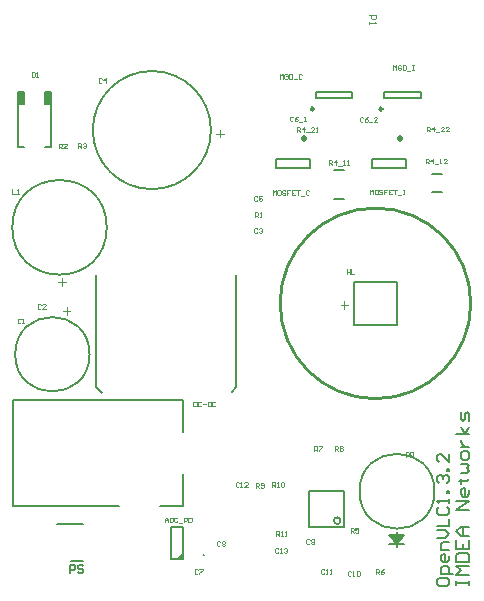
<source format=gto>
G04*
G04 #@! TF.GenerationSoftware,Altium Limited,Altium Designer,23.6.0 (18)*
G04*
G04 Layer_Color=65535*
%FSLAX44Y44*%
%MOMM*%
G71*
G04*
G04 #@! TF.SameCoordinates,5EE9EB4A-2ACB-4C3E-BE2F-BD42E06AEEC1*
G04*
G04*
G04 #@! TF.FilePolarity,Positive*
G04*
G01*
G75*
%ADD10C,0.1524*%
%ADD11C,0.1270*%
%ADD12C,0.2500*%
%ADD13C,0.2540*%
%ADD14C,0.1540*%
%ADD15C,0.2000*%
%ADD16C,0.1500*%
%ADD17C,0.1000*%
%ADD18C,0.5000*%
%ADD19C,0.0500*%
%ADD20C,0.0400*%
%ADD21R,0.5000X1.0000*%
G36*
X149093Y74065D02*
X143483D01*
X149093Y79675D01*
Y74065D01*
D02*
G37*
D10*
X362286Y131421D02*
G03*
X362286Y131421I-31750J0D01*
G01*
X330536Y84431D02*
Y97132D01*
X324186Y86972D02*
X336886D01*
X324186Y94592D02*
X330536Y86972D01*
X325456Y94592D02*
X330536Y86972D01*
X326726Y94592D02*
X330536Y86972D01*
X327996Y94592D02*
X330536Y86972D01*
X329266Y94592D02*
X330536Y86972D01*
X336886Y94592D01*
X330536Y86972D02*
X335616Y94592D01*
X330536Y86972D02*
X334346Y94592D01*
X330536Y86972D02*
X333076Y94592D01*
X330536Y86972D02*
X331806Y94592D01*
X324186D02*
X336886D01*
D11*
X84808Y354826D02*
G03*
X84808Y354826I-40000J0D01*
G01*
X70257Y247370D02*
G03*
X70257Y247370I-31500J0D01*
G01*
X173003Y437211D02*
G03*
X173003Y437211I-50000J0D01*
G01*
X338038Y405044D02*
Y412664D01*
X309038Y405044D02*
X338038D01*
X309038D02*
Y412664D01*
X338038D01*
X256684Y405044D02*
Y412664D01*
X227683Y405044D02*
X256684D01*
X227683D02*
Y412664D01*
X256684D01*
X294394Y308402D02*
X330394D01*
Y272402D02*
Y308402D01*
X294394Y272402D02*
X330394D01*
X294394D02*
Y308402D01*
X138933Y74066D02*
X149093D01*
X138933D02*
Y101065D01*
X149093D01*
Y74066D02*
Y101065D01*
X9605Y423099D02*
Y469100D01*
X37604Y423099D02*
Y469100D01*
X9605Y423099D02*
X14604D01*
X9605Y469100D02*
X14604D01*
X32605Y423099D02*
X37604D01*
X32605Y469100D02*
X37604D01*
X14604Y459100D02*
Y469100D01*
X32605Y459100D02*
Y469100D01*
X9605Y459100D02*
X14495D01*
X32605D02*
X37604D01*
X194500Y219821D02*
Y314821D01*
X75500Y219821D02*
Y314821D01*
X190500Y215821D02*
X194500Y219821D01*
X75500D02*
X80500Y214821D01*
X5315Y118843D02*
Y208846D01*
Y118843D02*
X95315D01*
X5315Y208846D02*
X149315D01*
Y181345D02*
Y208846D01*
X129816Y118843D02*
X149315D01*
Y146344D01*
D12*
X318247Y455072D02*
G03*
X318247Y455072I-1250J0D01*
G01*
X260100D02*
G03*
X260100Y455072I-1250J0D01*
G01*
D13*
X393023Y290492D02*
G03*
X393023Y290492I-80725J0D01*
G01*
D14*
X282735Y106528D02*
G03*
X282735Y106528I-2828J0D01*
G01*
X53875Y62324D02*
Y68842D01*
X57134D01*
X58221Y67756D01*
Y65583D01*
X57134Y64497D01*
X53875D01*
X64738Y67756D02*
X63652Y68842D01*
X61480D01*
X60393Y67756D01*
Y66669D01*
X61480Y65583D01*
X63652D01*
X64738Y64497D01*
Y63411D01*
X63652Y62324D01*
X61480D01*
X60393Y63411D01*
D15*
X54847Y72320D02*
X64597D01*
X42847Y103320D02*
X64597D01*
X360268Y399688D02*
X368268D01*
X360268Y384688D02*
X368268D01*
X277457Y379238D02*
X285457D01*
X277457Y403238D02*
X285457D01*
X319747Y464572D02*
Y469571D01*
X350747Y464572D02*
Y469571D01*
X319747Y464572D02*
X350747D01*
X319747Y469571D02*
X350747D01*
X261600Y464572D02*
Y469571D01*
X292600Y464572D02*
Y469571D01*
X261600Y464572D02*
X292600D01*
X261600Y469571D02*
X292600D01*
X255907Y100757D02*
Y131757D01*
X285907D01*
Y100757D02*
Y131757D01*
X255907Y100757D02*
X285907D01*
X364483Y56609D02*
Y53277D01*
X366149Y51611D01*
X372814D01*
X374480Y53277D01*
Y56609D01*
X372814Y58276D01*
X366149D01*
X364483Y56609D01*
X377812Y61608D02*
X367816D01*
Y66606D01*
X369482Y68272D01*
X372814D01*
X374480Y66606D01*
Y61608D01*
Y76603D02*
Y73271D01*
X372814Y71605D01*
X369482D01*
X367816Y73271D01*
Y76603D01*
X369482Y78269D01*
X371148D01*
Y71605D01*
X374480Y81601D02*
X367816D01*
Y86600D01*
X369482Y88266D01*
X374480D01*
X364483Y91598D02*
X371148D01*
X374480Y94930D01*
X371148Y98263D01*
X364483D01*
Y101595D02*
X374480D01*
Y108259D01*
X366149Y118256D02*
X364483Y116590D01*
Y113258D01*
X366149Y111592D01*
X372814D01*
X374480Y113258D01*
Y116590D01*
X372814Y118256D01*
X374480Y121588D02*
Y124921D01*
Y123255D01*
X364483D01*
X366149Y121588D01*
X374480Y129919D02*
X372814D01*
Y131585D01*
X374480D01*
Y129919D01*
X366149Y138250D02*
X364483Y139916D01*
Y143248D01*
X366149Y144914D01*
X367816D01*
X369482Y143248D01*
Y141582D01*
Y143248D01*
X371148Y144914D01*
X372814D01*
X374480Y143248D01*
Y139916D01*
X372814Y138250D01*
X374480Y148247D02*
X372814D01*
Y149913D01*
X374480D01*
Y148247D01*
Y163242D02*
Y156577D01*
X367816Y163242D01*
X366149D01*
X364483Y161576D01*
Y158243D01*
X366149Y156577D01*
D16*
X380811Y51746D02*
Y55412D01*
Y53579D01*
X391808D01*
Y51746D01*
Y55412D01*
Y60910D02*
X380811D01*
X384477Y64576D01*
X380811Y68241D01*
X391808D01*
X380811Y71906D02*
X391808D01*
Y77405D01*
X389975Y79237D01*
X382644D01*
X380811Y77405D01*
Y71906D01*
Y90234D02*
Y82903D01*
X391808D01*
Y90234D01*
X386310Y82903D02*
Y86568D01*
X391808Y93899D02*
X384477D01*
X380811Y97565D01*
X384477Y101230D01*
X391808D01*
X386310D01*
Y93899D01*
X391808Y115892D02*
X380811D01*
X391808Y123223D01*
X380811D01*
X391808Y132387D02*
Y128722D01*
X389975Y126889D01*
X386310D01*
X384477Y128722D01*
Y132387D01*
X386310Y134220D01*
X388142D01*
Y126889D01*
X382644Y139718D02*
X384477D01*
Y137885D01*
Y141551D01*
Y139718D01*
X389975D01*
X391808Y141551D01*
X384477Y147049D02*
X389975D01*
X391808Y148882D01*
X389975Y150714D01*
X391808Y152547D01*
X389975Y154380D01*
X384477D01*
X391808Y159878D02*
Y163544D01*
X389975Y165376D01*
X386310D01*
X384477Y163544D01*
Y159878D01*
X386310Y158045D01*
X389975D01*
X391808Y159878D01*
X384477Y169042D02*
X391808D01*
X388142D01*
X386310Y170875D01*
X384477Y172707D01*
Y174540D01*
X391808Y180038D02*
X380811D01*
X388142D02*
X384477Y185536D01*
X388142Y180038D02*
X391808Y185536D01*
Y191035D02*
Y196533D01*
X389975Y198366D01*
X388142Y196533D01*
Y192868D01*
X386310Y191035D01*
X384477Y192868D01*
Y198366D01*
D17*
X46574Y305144D02*
Y311809D01*
X43241Y308477D02*
X49906D01*
X282739Y289464D02*
X289404D01*
X286072Y292796D02*
Y286132D01*
X50719Y287513D02*
Y280848D01*
X54052Y284181D02*
X47387D01*
X184184Y434293D02*
X177519D01*
X180851Y430961D02*
Y437625D01*
D18*
X333133Y430056D02*
X333086Y430104D01*
X333038Y430056D01*
X333086Y430008D01*
X333133Y430056D01*
X251779D02*
X251731Y430104D01*
X251684Y430056D01*
X251731Y430008D01*
X251779Y430056D01*
D19*
X166478Y77524D02*
X166763Y77810D01*
X166478Y78095D01*
X166192Y77810D01*
X166478Y77524D01*
X306754Y534909D02*
X312752D01*
Y531910D01*
X311753Y530910D01*
X309753D01*
X308754Y531910D01*
Y534909D01*
X306754Y528911D02*
Y526912D01*
Y527911D01*
X312752D01*
X311753Y528911D01*
D20*
X355629Y436049D02*
Y440048D01*
X357629D01*
X358295Y439381D01*
Y438049D01*
X357629Y437382D01*
X355629D01*
X356962D02*
X358295Y436049D01*
X361627D02*
Y440048D01*
X359628Y438049D01*
X362294D01*
X363627Y435383D02*
X366292D01*
X370291Y436049D02*
X367625D01*
X370291Y438715D01*
Y439381D01*
X369625Y440048D01*
X368292D01*
X367625Y439381D01*
X374290Y436049D02*
X371624D01*
X374290Y438715D01*
Y439381D01*
X373623Y440048D01*
X372290D01*
X371624Y439381D01*
X245832Y435833D02*
Y439832D01*
X247831D01*
X248497Y439166D01*
Y437833D01*
X247831Y437166D01*
X245832D01*
X247164D02*
X248497Y435833D01*
X251830D02*
Y439832D01*
X249830Y437833D01*
X252496D01*
X253829Y435167D02*
X256495D01*
X260494Y435833D02*
X257828D01*
X260494Y438499D01*
Y439166D01*
X259827Y439832D01*
X258494D01*
X257828Y439166D01*
X261826Y435833D02*
X263159D01*
X262493D01*
Y439832D01*
X261826Y439166D01*
X354701Y408924D02*
Y412923D01*
X356700D01*
X357367Y412256D01*
Y410923D01*
X356700Y410257D01*
X354701D01*
X356034D02*
X357367Y408924D01*
X360699D02*
Y412923D01*
X358700Y410923D01*
X361365D01*
X362698Y408258D02*
X365364D01*
X366697Y408924D02*
X368030D01*
X367364D01*
Y412923D01*
X366697Y412256D01*
X372695Y408924D02*
X370029D01*
X372695Y411590D01*
Y412256D01*
X372029Y412923D01*
X370696D01*
X370029Y412256D01*
X272922Y407778D02*
Y411776D01*
X274921D01*
X275587Y411110D01*
Y409777D01*
X274921Y409110D01*
X272922D01*
X274254D02*
X275587Y407778D01*
X278920D02*
Y411776D01*
X276920Y409777D01*
X279586D01*
X280919Y407111D02*
X283585D01*
X284918Y407778D02*
X286250D01*
X285584D01*
Y411776D01*
X284918Y411110D01*
X288250Y407778D02*
X289583D01*
X288916D01*
Y411776D01*
X288250Y411110D01*
X307525Y382768D02*
Y386767D01*
X308858Y385434D01*
X310191Y386767D01*
Y382768D01*
X313523Y386767D02*
X312190D01*
X311524Y386100D01*
Y383435D01*
X312190Y382768D01*
X313523D01*
X314190Y383435D01*
Y386100D01*
X313523Y386767D01*
X318189Y386100D02*
X317522Y386767D01*
X316189D01*
X315523Y386100D01*
Y385434D01*
X316189Y384767D01*
X317522D01*
X318189Y384101D01*
Y383435D01*
X317522Y382768D01*
X316189D01*
X315523Y383435D01*
X322187Y386767D02*
X319522D01*
Y384767D01*
X320854D01*
X319522D01*
Y382768D01*
X326186Y386767D02*
X323520D01*
Y382768D01*
X326186D01*
X323520Y384767D02*
X324853D01*
X327519Y386767D02*
X330185D01*
X328852D01*
Y382768D01*
X331517Y382102D02*
X334183D01*
X335516Y386767D02*
X336849D01*
X336183D01*
Y382768D01*
X335516D01*
X336849D01*
X327208Y488030D02*
Y492029D01*
X328540Y490696D01*
X329873Y492029D01*
Y488030D01*
X333872Y491362D02*
X333206Y492029D01*
X331873D01*
X331206Y491362D01*
Y488697D01*
X331873Y488030D01*
X333206D01*
X333872Y488697D01*
Y490029D01*
X332539D01*
X335205Y492029D02*
Y488030D01*
X337204D01*
X337871Y488697D01*
Y491362D01*
X337204Y492029D01*
X335205D01*
X339204Y487364D02*
X341870D01*
X343202Y492029D02*
X344535D01*
X343869D01*
Y488030D01*
X343202D01*
X344535D01*
X231233Y480752D02*
Y484751D01*
X232566Y483418D01*
X233899Y484751D01*
Y480752D01*
X237897Y484084D02*
X237231Y484751D01*
X235898D01*
X235231Y484084D01*
Y481418D01*
X235898Y480752D01*
X237231D01*
X237897Y481418D01*
Y482751D01*
X236564D01*
X239230Y484751D02*
Y480752D01*
X241230D01*
X241896Y481418D01*
Y484084D01*
X241230Y484751D01*
X239230D01*
X243229Y480085D02*
X245895D01*
X249893Y484084D02*
X249227Y484751D01*
X247894D01*
X247228Y484084D01*
Y481418D01*
X247894Y480752D01*
X249227D01*
X249893Y481418D01*
X301778Y447794D02*
X301112Y448461D01*
X299779D01*
X299113Y447794D01*
Y445128D01*
X299779Y444462D01*
X301112D01*
X301778Y445128D01*
X305777Y448461D02*
X304444Y447794D01*
X303111Y446461D01*
Y445128D01*
X303778Y444462D01*
X305111D01*
X305777Y445128D01*
Y445795D01*
X305111Y446461D01*
X303111D01*
X307110Y443796D02*
X309776D01*
X313775Y444462D02*
X311109D01*
X313775Y447128D01*
Y447794D01*
X313108Y448461D01*
X311775D01*
X311109Y447794D01*
X242457Y448010D02*
X241791Y448676D01*
X240458D01*
X239792Y448010D01*
Y445344D01*
X240458Y444678D01*
X241791D01*
X242457Y445344D01*
X246456Y448676D02*
X245123Y448010D01*
X243790Y446677D01*
Y445344D01*
X244457Y444678D01*
X245790D01*
X246456Y445344D01*
Y446011D01*
X245790Y446677D01*
X243790D01*
X247789Y444011D02*
X250455D01*
X251788Y444678D02*
X253121D01*
X252454D01*
Y448676D01*
X251788Y448010D01*
X230202Y82427D02*
X229536Y83093D01*
X228203D01*
X227536Y82427D01*
Y79761D01*
X228203Y79095D01*
X229536D01*
X230202Y79761D01*
X231535Y79095D02*
X232868D01*
X232201D01*
Y83093D01*
X231535Y82427D01*
X234867D02*
X235534Y83093D01*
X236866D01*
X237533Y82427D01*
Y81760D01*
X236866Y81094D01*
X236200D01*
X236866D01*
X237533Y80427D01*
Y79761D01*
X236866Y79095D01*
X235534D01*
X234867Y79761D01*
X224984Y134961D02*
Y138960D01*
X226983D01*
X227650Y138294D01*
Y136961D01*
X226983Y136294D01*
X224984D01*
X226317D02*
X227650Y134961D01*
X228983D02*
X230316D01*
X229649D01*
Y138960D01*
X228983Y138294D01*
X232315D02*
X232981Y138960D01*
X234314D01*
X234981Y138294D01*
Y135628D01*
X234314Y134961D01*
X232981D01*
X232315Y135628D01*
Y138294D01*
X287812Y319253D02*
Y315254D01*
Y317253D01*
X290478D01*
Y319253D01*
Y315254D01*
X291811Y319253D02*
Y315254D01*
X294477D01*
X196658Y138540D02*
X195992Y139207D01*
X194659D01*
X193993Y138540D01*
Y135875D01*
X194659Y135208D01*
X195992D01*
X196658Y135875D01*
X197991Y135208D02*
X199324D01*
X198658D01*
Y139207D01*
X197991Y138540D01*
X203989Y135208D02*
X201324D01*
X203989Y137874D01*
Y138540D01*
X203323Y139207D01*
X201990D01*
X201324Y138540D01*
X80513Y480713D02*
X79846Y481379D01*
X78513D01*
X77847Y480713D01*
Y478047D01*
X78513Y477380D01*
X79846D01*
X80513Y478047D01*
X83845Y477380D02*
Y481379D01*
X81846Y479380D01*
X84511D01*
X60564Y421983D02*
Y425982D01*
X62564D01*
X63230Y425315D01*
Y423983D01*
X62564Y423316D01*
X60564D01*
X61897D02*
X63230Y421983D01*
X64563Y425315D02*
X65230Y425982D01*
X66563D01*
X67229Y425315D01*
Y424649D01*
X66563Y423983D01*
X65896D01*
X66563D01*
X67229Y423316D01*
Y422650D01*
X66563Y421983D01*
X65230D01*
X64563Y422650D01*
X44162Y421758D02*
Y425757D01*
X46162D01*
X46828Y425091D01*
Y423758D01*
X46162Y423091D01*
X44162D01*
X45495D02*
X46828Y421758D01*
X50827D02*
X48161D01*
X50827Y424424D01*
Y425091D01*
X50160Y425757D01*
X48828D01*
X48161Y425091D01*
X158172Y207296D02*
Y203297D01*
X160171D01*
X160838Y203964D01*
Y206630D01*
X160171Y207296D01*
X158172D01*
X164836Y206630D02*
X164170Y207296D01*
X162837D01*
X162171Y206630D01*
Y203964D01*
X162837Y203297D01*
X164170D01*
X164836Y203964D01*
X166169Y205297D02*
X168835D01*
X170168Y207296D02*
Y203297D01*
X172167D01*
X172834Y203964D01*
Y206630D01*
X172167Y207296D01*
X170168D01*
X176832Y206630D02*
X176166Y207296D01*
X174833D01*
X174167Y206630D01*
Y203964D01*
X174833Y203297D01*
X176166D01*
X176832Y203964D01*
X29007Y289351D02*
X28341Y290017D01*
X27008D01*
X26342Y289351D01*
Y286685D01*
X27008Y286019D01*
X28341D01*
X29007Y286685D01*
X33006Y286019D02*
X30340D01*
X33006Y288684D01*
Y289351D01*
X32340Y290017D01*
X31007D01*
X30340Y289351D01*
X21134Y486457D02*
Y482458D01*
X23133D01*
X23800Y483124D01*
Y485790D01*
X23133Y486457D01*
X21134D01*
X25133Y482458D02*
X26465D01*
X25799D01*
Y486457D01*
X25133Y485790D01*
X210351Y363506D02*
Y367504D01*
X212350D01*
X213016Y366838D01*
Y365505D01*
X212350Y364839D01*
X210351D01*
X211684D02*
X213016Y363506D01*
X214349D02*
X215682D01*
X215016D01*
Y367504D01*
X214349Y366838D01*
X212350Y380391D02*
X211684Y381057D01*
X210351D01*
X209684Y380391D01*
Y377725D01*
X210351Y377058D01*
X211684D01*
X212350Y377725D01*
X216349Y381057D02*
X213683D01*
Y379058D01*
X215016Y379724D01*
X215682D01*
X216349Y379058D01*
Y377725D01*
X215682Y377058D01*
X214349D01*
X213683Y377725D01*
X11905Y276976D02*
X11238Y277642D01*
X9905D01*
X9239Y276976D01*
Y274310D01*
X9905Y273644D01*
X11238D01*
X11905Y274310D01*
X13238Y273644D02*
X14570D01*
X13904D01*
Y277642D01*
X13238Y276976D01*
X212350Y353350D02*
X211684Y354017D01*
X210351D01*
X209684Y353350D01*
Y350684D01*
X210351Y350018D01*
X211684D01*
X212350Y350684D01*
X213683Y353350D02*
X214349Y354017D01*
X215682D01*
X216349Y353350D01*
Y352684D01*
X215682Y352017D01*
X215016D01*
X215682D01*
X216349Y351351D01*
Y350684D01*
X215682Y350018D01*
X214349D01*
X213683Y350684D01*
X4911Y387276D02*
Y383278D01*
X7577D01*
X8910D02*
X10243D01*
X9576D01*
Y387276D01*
X8910Y386610D01*
X133986Y105180D02*
Y107846D01*
X135319Y109179D01*
X136651Y107846D01*
Y105180D01*
Y107179D01*
X133986D01*
X137984Y109179D02*
Y105180D01*
X139984D01*
X140650Y105847D01*
Y108512D01*
X139984Y109179D01*
X137984D01*
X144649Y108512D02*
X143982Y109179D01*
X142650D01*
X141983Y108512D01*
Y105847D01*
X142650Y105180D01*
X143982D01*
X144649Y105847D01*
X145982Y104514D02*
X148648D01*
X149980Y105180D02*
Y109179D01*
X151980D01*
X152646Y108512D01*
Y107179D01*
X151980Y106513D01*
X149980D01*
X153979Y109179D02*
Y105180D01*
X155979D01*
X156645Y105847D01*
Y108512D01*
X155979Y109179D01*
X153979D01*
X225339Y382337D02*
Y386335D01*
X226672Y385003D01*
X228005Y386335D01*
Y382337D01*
X231337Y386335D02*
X230004D01*
X229338Y385669D01*
Y383003D01*
X230004Y382337D01*
X231337D01*
X232003Y383003D01*
Y385669D01*
X231337Y386335D01*
X236002Y385669D02*
X235336Y386335D01*
X234003D01*
X233336Y385669D01*
Y385003D01*
X234003Y384336D01*
X235336D01*
X236002Y383670D01*
Y383003D01*
X235336Y382337D01*
X234003D01*
X233336Y383003D01*
X240001Y386335D02*
X237335D01*
Y384336D01*
X238668D01*
X237335D01*
Y382337D01*
X244000Y386335D02*
X241334D01*
Y382337D01*
X244000D01*
X241334Y384336D02*
X242666D01*
X245332Y386335D02*
X247998D01*
X246665D01*
Y382337D01*
X249331Y381670D02*
X251997D01*
X255996Y385669D02*
X255329Y386335D01*
X253996D01*
X253330Y385669D01*
Y383003D01*
X253996Y382337D01*
X255329D01*
X255996Y383003D01*
X256524Y89917D02*
X255857Y90584D01*
X254524D01*
X253858Y89917D01*
Y87252D01*
X254524Y86585D01*
X255857D01*
X256524Y87252D01*
X257857D02*
X258523Y86585D01*
X259856D01*
X260522Y87252D01*
Y89917D01*
X259856Y90584D01*
X258523D01*
X257857Y89917D01*
Y89251D01*
X258523Y88585D01*
X260522D01*
X291624Y63013D02*
X290957Y63680D01*
X289625D01*
X288958Y63013D01*
Y60348D01*
X289625Y59681D01*
X290957D01*
X291624Y60348D01*
X292957Y59681D02*
X294290D01*
X293623D01*
Y63680D01*
X292957Y63013D01*
X296289D02*
X296955Y63680D01*
X298288D01*
X298955Y63013D01*
Y60348D01*
X298288Y59681D01*
X296955D01*
X296289Y60348D01*
Y63013D01*
X269023Y64991D02*
X268356Y65658D01*
X267023D01*
X266357Y64991D01*
Y62325D01*
X267023Y61659D01*
X268356D01*
X269023Y62325D01*
X270356Y61659D02*
X271688D01*
X271022D01*
Y65658D01*
X270356Y64991D01*
X273688Y61659D02*
X275021D01*
X274354D01*
Y65658D01*
X273688Y64991D01*
X337775Y160629D02*
Y164628D01*
X339774D01*
X340440Y163961D01*
Y162628D01*
X339774Y161962D01*
X337775D01*
X341773Y164628D02*
Y160629D01*
X343773D01*
X344439Y161295D01*
Y163961D01*
X343773Y164628D01*
X341773D01*
X291218Y96408D02*
Y100407D01*
X293218D01*
X293884Y99740D01*
Y98407D01*
X293218Y97741D01*
X291218D01*
X292551D02*
X293884Y96408D01*
X297883Y100407D02*
X295217D01*
Y98407D01*
X296550Y99074D01*
X297216D01*
X297883Y98407D01*
Y97074D01*
X297216Y96408D01*
X295883D01*
X295217Y97074D01*
X312689Y61376D02*
Y65375D01*
X314689D01*
X315355Y64708D01*
Y63376D01*
X314689Y62709D01*
X312689D01*
X314022D02*
X315355Y61376D01*
X319354Y65375D02*
X318021Y64708D01*
X316688Y63376D01*
Y62043D01*
X317354Y61376D01*
X318687D01*
X319354Y62043D01*
Y62709D01*
X318687Y63376D01*
X316688D01*
X260424Y165341D02*
Y169340D01*
X262423D01*
X263090Y168674D01*
Y167341D01*
X262423Y166674D01*
X260424D01*
X261757D02*
X263090Y165341D01*
X264423Y169340D02*
X267089D01*
Y168674D01*
X264423Y166008D01*
Y165341D01*
X277940Y165906D02*
Y169905D01*
X279939D01*
X280606Y169239D01*
Y167906D01*
X279939Y167239D01*
X277940D01*
X279273D02*
X280606Y165906D01*
X281939Y169239D02*
X282605Y169905D01*
X283938D01*
X284604Y169239D01*
Y168572D01*
X283938Y167906D01*
X284604Y167239D01*
Y166573D01*
X283938Y165906D01*
X282605D01*
X281939Y166573D01*
Y167239D01*
X282605Y167906D01*
X281939Y168572D01*
Y169239D01*
X282605Y167906D02*
X283938D01*
X211016Y134548D02*
Y138546D01*
X213015D01*
X213682Y137880D01*
Y136547D01*
X213015Y135881D01*
X211016D01*
X212349D02*
X213682Y134548D01*
X215014Y135214D02*
X215681Y134548D01*
X217014D01*
X217680Y135214D01*
Y137880D01*
X217014Y138546D01*
X215681D01*
X215014Y137880D01*
Y137214D01*
X215681Y136547D01*
X217680D01*
X228269Y93854D02*
Y97852D01*
X230268D01*
X230935Y97186D01*
Y95853D01*
X230268Y95186D01*
X228269D01*
X229602D02*
X230935Y93854D01*
X232268D02*
X233601D01*
X232934D01*
Y97852D01*
X232268Y97186D01*
X235600Y93854D02*
X236933D01*
X236266D01*
Y97852D01*
X235600Y97186D01*
X161883Y64668D02*
X161216Y65334D01*
X159883D01*
X159217Y64668D01*
Y62002D01*
X159883Y61336D01*
X161216D01*
X161883Y62002D01*
X163216Y65334D02*
X165882D01*
Y64668D01*
X163216Y62002D01*
Y61336D01*
X180910Y88245D02*
X180243Y88911D01*
X178910D01*
X178244Y88245D01*
Y85579D01*
X178910Y84912D01*
X180243D01*
X180910Y85579D01*
X182243Y88245D02*
X182909Y88911D01*
X184242D01*
X184909Y88245D01*
Y87578D01*
X184242Y86912D01*
X184909Y86245D01*
Y85579D01*
X184242Y84912D01*
X182909D01*
X182243Y85579D01*
Y86245D01*
X182909Y86912D01*
X182243Y87578D01*
Y88245D01*
X182909Y86912D02*
X184242D01*
D21*
X12105Y464104D02*
D03*
X35104D02*
D03*
M02*

</source>
